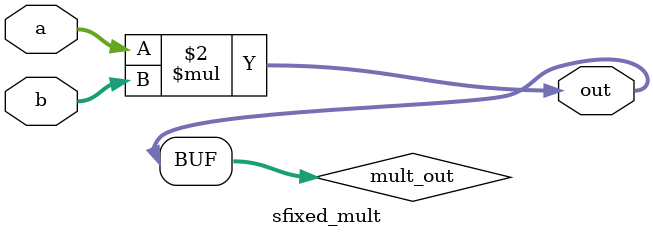
<source format=sv>
module sfixed_mult #(
    parameter A_LEFT    = 3, 
    parameter A_RIGHT   = 4,
    parameter B_LEFT    = 3, 
    parameter B_RIGHT   = 4,
    parameter OUT_LEFT  = 7, 
    parameter OUT_RIGHT = 8
) (
    input  logic signed [(A_LEFT+A_RIGHT+1)-1:0]     a,
    input  logic signed [(B_LEFT+B_RIGHT+1)-1:0]     b,
    output logic signed [(OUT_LEFT+OUT_RIGHT+1)-1:0] out
);
`ifdef COCOTB_SIM
initial begin
    $dumpfile ("sfixed_mult.vcd");
    $dumpvars (0, sfixed_mult);
    #1;
end
`endif

localparam OUTPUT_SIZE = (A_LEFT+B_LEFT+1)+(A_RIGHT+B_RIGHT)+1; 
                                                                
logic signed [OUTPUT_SIZE-1:0] mult_out;

always_comb
    mult_out = a * b;

assign out = mult_out[(A_RIGHT+B_RIGHT)+OUT_LEFT:(A_RIGHT+B_RIGHT)-OUT_RIGHT];

endmodule
</source>
